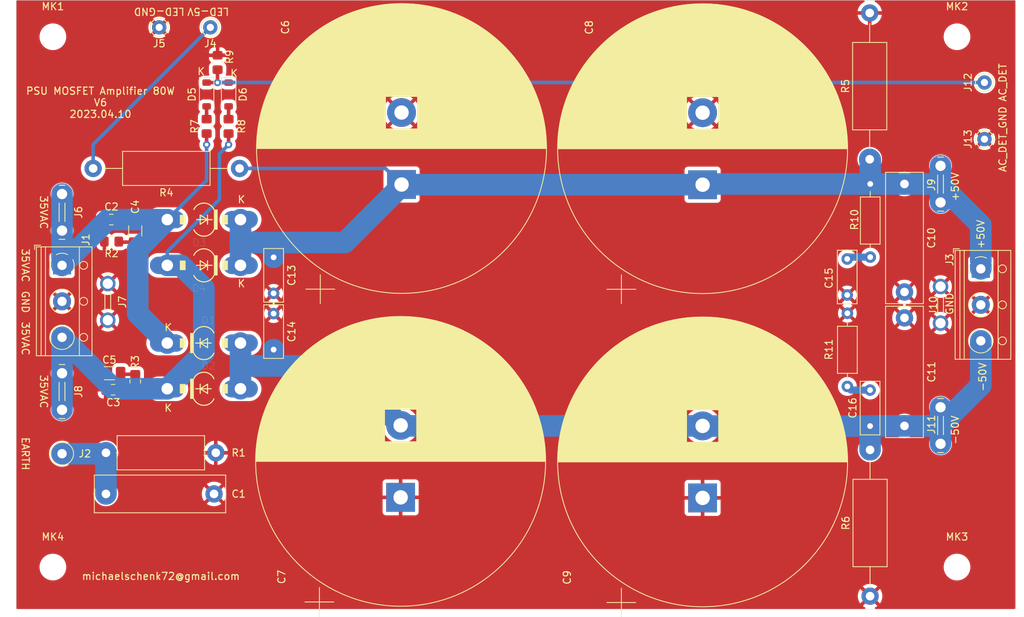
<source format=kicad_pcb>
(kicad_pcb (version 20221018) (generator pcbnew)
  (layers (0 "F.Cu" signal) (31 "B.Cu" signal) (34 "B.Paste" user) (35 "F.Paste" user) (36 "B.SilkS" user "B.Silkscreen") (37 "F.SilkS" user "F.Silkscreen") (38 "B.Mask" user) (39 "F.Mask" user) (44 "Edge.Cuts" user))
  (net 0 "")
  (net 1 "GND")
  (net 2 "Net-(J2-Pin_1)")
  (net 3 "Net-(D1-K)")
  (net 4 "Net-(D2-K)")
  (net 5 "Net-(C4-Pad2)")
  (net 6 "Net-(C5-Pad2)")
  (net 7 "Net-(D3-K)")
  (net 8 "Net-(D1-A)")
  (net 9 "Net-(C15-Pad1)")
  (net 10 "Net-(C16-Pad1)")
  (net 11 "Net-(D5-K)")
  (net 12 "Net-(D5-A)")
  (net 13 "Net-(D6-A)")
  (net 14 "Net-(J4-Pin_1)")
  (footprint "Capacitor_THT:C_Rect_L18.0mm_W5.0mm_P15.00mm_FKS3_FKP3" (layer "F.Cu") (at 59.69 115.57)
    (fp_text reference "C1" (at 18.415 0) (layer "F.SilkS"))
    (fp_text value "2.2nF 2kV")
    (pad "1" thru_hole circle (at 0 0) (size 2.4 2.4) (drill 1.2) (layers "*.Cu" "*.Mask") (net 2 "Net-(J2-Pin_1)"))
    (pad "2" thru_hole circle (at 15 0) (size 2.4 2.4) (drill 1.2) (layers "*.Cu" "*.Mask") (net 1 "GND"))
  )
  (footprint "Capacitor_SMD:C_0805_2012Metric_Pad1.18x1.45mm_HandSolder" (layer "F.Cu") (at 60.4305 77.47 180)
    (fp_text reference "C2" (at -0.0215 1.778) (layer "F.SilkS"))
    (fp_text value "Cx/10nF/200V")
    (pad "1" smd roundrect (at -1.0375 0 180) (size 1.175 1.45) (layers "F.Cu" "F.Paste" "F.Mask") (roundrect_rratio 0.2127659574) (net 3 "Net-(D1-K)"))
    (pad "2" smd roundrect (at 1.0375 0 180) (size 1.175 1.45) (layers "F.Cu" "F.Paste" "F.Mask") (roundrect_rratio 0.2127659574) (net 1 "GND"))
  )
  (footprint "Capacitor_SMD:C_0805_2012Metric_Pad1.18x1.45mm_HandSolder" (layer "F.Cu") (at 60.6845 101.092)
    (fp_text reference "C3" (at 0.0215 1.778) (layer "F.SilkS"))
    (fp_text value "Cx/10nF/200V")
    (pad "1" smd roundrect (at -1.0375 0) (size 1.175 1.45) (layers "F.Cu" "F.Paste" "F.Mask") (roundrect_rratio 0.2127659574) (net 1 "GND"))
    (pad "2" smd roundrect (at 1.0375 0) (size 1.175 1.45) (layers "F.Cu" "F.Paste" "F.Mask") (roundrect_rratio 0.2127659574) (net 4 "Net-(D2-K)"))
  )
  (footprint "Capacitor_SMD:C_1206_3216Metric_Pad1.33x1.80mm_HandSolder" (layer "F.Cu") (at 63.754 79.0325 -90)
    (fp_text reference "C4" (at -3.3405 0 90) (layer "F.SilkS"))
    (fp_text value "Cs")
    (pad "1" smd roundrect (at -1.5625 0 270) (size 1.325 1.8) (layers "F.Cu" "F.Paste" "F.Mask") (roundrect_rratio 0.1886792453) (net 3 "Net-(D1-K)"))
    (pad "2" smd roundrect (at 1.5625 0 270) (size 1.325 1.8) (layers "F.Cu" "F.Paste" "F.Mask") (roundrect_rratio 0.1886792453) (net 5 "Net-(C4-Pad2)"))
  )
  (footprint "Capacitor_SMD:C_1206_3216Metric_Pad1.33x1.80mm_HandSolder" (layer "F.Cu") (at 60.1595 98.806)
    (fp_text reference "C5" (at 0 -1.85) (layer "F.SilkS"))
    (fp_text value "Cs")
    (pad "1" smd roundrect (at -1.5625 0) (size 1.325 1.8) (layers "F.Cu" "F.Paste" "F.Mask") (roundrect_rratio 0.1886792453) (net 1 "GND"))
    (pad "2" smd roundrect (at 1.5625 0) (size 1.325 1.8) (layers "F.Cu" "F.Paste" "F.Mask") (roundrect_rratio 0.1886792453) (net 6 "Net-(C5-Pad2)"))
  )
  (footprint "Capacitor_THT:CP_Radial_D40.0mm_P10.00mm_SnapIn" (layer "F.Cu") (at 100.711 72.5932 90)
    (fp_text reference "C6" (at 21.844 -16.129 90) (layer "F.SilkS"))
    (fp_text value "10000uF/100V")
    (pad "1" thru_hole rect (at 0 0 90) (size 4 4) (drill 2) (layers "*.Cu" "*.Mask") (net 7 "Net-(D3-K)"))
    (pad "2" thru_hole circle (at 10 0 90) (size 4 4) (drill 2) (layers "*.Cu" "*.Mask") (net 1 "GND"))
  )
  (footprint "Capacitor_THT:CP_Radial_D40.0mm_P10.00mm_SnapIn" (layer "F.Cu") (at 100.584 116.045 90)
    (fp_text reference "C7" (at -11.049 -16.51 90) (layer "F.SilkS"))
    (fp_text value "10000uF/100V")
    (pad "1" thru_hole rect (at 0 0 90) (size 4 4) (drill 2) (layers "*.Cu" "*.Mask") (net 1 "GND"))
    (pad "2" thru_hole circle (at 10 0 90) (size 4 4) (drill 2) (layers "*.Cu" "*.Mask") (net 8 "Net-(D1-A)"))
  )
  (footprint "Capacitor_THT:CP_Radial_D40.0mm_P10.00mm_SnapIn" (layer "F.Cu") (at 142.494 72.6186 90)
    (fp_text reference "C8" (at 21.844 -15.748 90) (layer "F.SilkS"))
    (fp_text value "10000uF/100V")
    (pad "1" thru_hole rect (at 0 0 90) (size 4 4) (drill 2) (layers "*.Cu" "*.Mask") (net 7 "Net-(D3-K)"))
    (pad "2" thru_hole circle (at 10 0 90) (size 4 4) (drill 2) (layers "*.Cu" "*.Mask") (net 1 "GND"))
  )
  (footprint "Capacitor_THT:CP_Radial_D40.0mm_P10.00mm_SnapIn" (layer "F.Cu") (at 142.494 116.1212 90)
    (fp_text reference "C9" (at -11.049 -18.796 90) (layer "F.SilkS"))
    (fp_text value "10000uF/100V")
    (pad "1" thru_hole rect (at 0 0 90) (size 4 4) (drill 2) (layers "*.Cu" "*.Mask") (net 1 "GND"))
    (pad "2" thru_hole circle (at 10 0 90) (size 4 4) (drill 2) (layers "*.Cu" "*.Mask") (net 8 "Net-(D1-A)"))
  )
  (footprint "kicad-snk:SOD64-10" (layer "F.Cu") (at 73.279 94.615)
    (fp_text reference "D1" (at 0.63569 -3.17845) (layer "F.SilkS") (effects (font (size 1.001087 1.001087) (thickness 0.015))))
    (fp_text value "BYV98-200")
    (pad "1" thru_hole oval (at -5.08 0) (size 4.8006 2.4003) (drill 1.6002) (layers "*.Cu" "*.Mask") (net 3 "Net-(D1-K)"))
    (pad "2" thru_hole oval (at 5.08 0) (size 4.8006 2.4003) (drill 1.6002) (layers "*.Cu" "*.Mask") (net 8 "Net-(D1-A)"))
  )
  (footprint "kicad-snk:SOD64-10" (layer "F.Cu") (at 73.279 100.965)
    (fp_text reference "D2" (at 0.63569 -3.17845) (layer "F.SilkS") (effects (font (size 1.001087 1.001087) (thickness 0.015))))
    (fp_text value "BYV98-200")
    (pad "1" thru_hole oval (at -5.08 0) (size 4.8006 2.4003) (drill 1.6002) (layers "*.Cu" "*.Mask") (net 4 "Net-(D2-K)"))
    (pad "2" thru_hole oval (at 5.08 0) (size 4.8006 2.4003) (drill 1.6002) (layers "*.Cu" "*.Mask") (net 8 "Net-(D1-A)"))
  )
  (footprint "kicad-snk:SOD64-10" (layer "F.Cu") (at 73.279 77.47 180)
    (fp_text reference "D3" (at 0.63569 -3.17845) (layer "F.SilkS") (effects (font (size 1.001087 1.001087) (thickness 0.015))))
    (fp_text value "BYV98-200")
    (pad "1" thru_hole oval (at -5.08 0 180) (size 4.8006 2.4003) (drill 1.6002) (layers "*.Cu" "*.Mask") (net 7 "Net-(D3-K)"))
    (pad "2" thru_hole oval (at 5.08 0 180) (size 4.8006 2.4003) (drill 1.6002) (layers "*.Cu" "*.Mask") (net 3 "Net-(D1-K)"))
  )
  (footprint "kicad-snk:SOD64-10" (layer "F.Cu") (at 73.279 83.82 180)
    (fp_text reference "D4" (at 0.63569 -3.17845) (layer "F.SilkS") (effects (font (size 1.001087 1.001087) (thickness 0.015))))
    (fp_text value "BYV98-200")
    (pad "1" thru_hole oval (at -5.08 0 180) (size 4.8006 2.4003) (drill 1.6002) (layers "*.Cu" "*.Mask") (net 7 "Net-(D3-K)"))
    (pad "2" thru_hole oval (at 5.08 0 180) (size 4.8006 2.4003) (drill 1.6002) (layers "*.Cu" "*.Mask") (net 4 "Net-(D2-K)"))
  )
  (footprint "TerminalBlock_RND:TerminalBlock_RND_205-00013_1x03_P5.00mm_Horizontal" (layer "F.Cu") (at 53.594 83.82 -90)
    (fp_text reference "J1" (at -3.556 -3.302 90) (layer "F.SilkS"))
    (fp_text value "Screw_Terminal_01x03")
    (pad "1" thru_hole rect (at 0 0 270) (size 2.5 2.5) (drill 1.3) (layers "*.Cu" "*.Mask") (net 3 "Net-(D1-K)"))
    (pad "2" thru_hole circle (at 5 0 270) (size 2.5 2.5) (drill 1.3) (layers "*.Cu" "*.Mask") (net 1 "GND"))
    (pad "3" thru_hole circle (at 10 0 270) (size 2.5 2.5) (drill 1.3) (layers "*.Cu" "*.Mask") (net 4 "Net-(D2-K)"))
  )
  (footprint "Connector_Pin:Pin_D1.3mm_L11.0mm" (layer "F.Cu") (at 53.594 109.982)
    (fp_text reference "J2" (at 3.175 0) (layer "F.SilkS"))
    (fp_text value "EARTH")
    (pad "1" thru_hole circle (at 0 0) (size 2.6 2.6) (drill 1.3) (layers "*.Cu" "*.Mask") (net 2 "Net-(J2-Pin_1)"))
  )
  (footprint "Resistor_THT:R_Axial_DIN0414_L11.9mm_D4.5mm_P15.24mm_Horizontal" (layer "F.Cu") (at 59.69 109.855)
    (fp_text reference "R1" (at 18.415 0) (layer "F.SilkS"))
    (fp_text value "100R/2W")
    (pad "1" thru_hole circle (at 0 0) (size 2.4 2.4) (drill 1.2) (layers "*.Cu" "*.Mask") (net 2 "Net-(J2-Pin_1)"))
    (pad "2" thru_hole oval (at 15.24 0) (size 2.4 2.4) (drill 1.2) (layers "*.Cu" "*.Mask") (net 1 "GND"))
  )
  (footprint "Resistor_SMD:R_0805_2012Metric_Pad1.20x1.40mm_HandSolder" (layer "F.Cu") (at 60.468 80.518 180)
    (fp_text reference "R2" (at 0 -1.65) (layer "F.SilkS"))
    (fp_text value "Rs/1/8W")
    (pad "1" smd roundrect (at -1 0 180) (size 1.2 1.4) (layers "F.Cu" "F.Paste" "F.Mask") (roundrect_rratio 0.2083333333) (net 5 "Net-(C4-Pad2)"))
    (pad "2" smd roundrect (at 1 0 180) (size 1.2 1.4) (layers "F.Cu" "F.Paste" "F.Mask") (roundrect_rratio 0.2083333333) (net 1 "GND"))
  )
  (footprint "Resistor_SMD:R_0805_2012Metric_Pad1.20x1.40mm_HandSolder" (layer "F.Cu") (at 63.754 99.949 -90)
    (fp_text reference "R3" (at -2.667 0 90) (layer "F.SilkS"))
    (fp_text value "Rs/1/8W")
    (pad "1" smd roundrect (at -1 0 270) (size 1.2 1.4) (layers "F.Cu" "F.Paste" "F.Mask") (roundrect_rratio 0.2083333333) (net 6 "Net-(C5-Pad2)"))
    (pad "2" smd roundrect (at 1 0 270) (size 1.2 1.4) (layers "F.Cu" "F.Paste" "F.Mask") (roundrect_rratio 0.2083333333) (net 4 "Net-(D2-K)"))
  )
  (footprint "Capacitor_THT:C_Rect_L18.0mm_W5.0mm_P15.00mm_FKS3_FKP3" (layer "F.Cu") (at 170.5102 72.517 -90)
    (fp_text reference "C10" (at 7.493 -3.7338 90) (layer "F.SilkS"))
    (fp_text value "1uF/100V")
    (pad "1" thru_hole circle (at 0 0 270) (size 2.4 2.4) (drill 1.2) (layers "*.Cu" "*.Mask") (net 7 "Net-(D3-K)"))
    (pad "2" thru_hole circle (at 15 0 270) (size 2.4 2.4) (drill 1.2) (layers "*.Cu" "*.Mask") (net 1 "GND"))
  )
  (footprint "Capacitor_THT:C_Rect_L18.0mm_W5.0mm_P15.00mm_FKS3_FKP3" (layer "F.Cu") (at 170.5102 91.1212 -90)
    (fp_text reference "C11" (at 7.5 -3.75 90) (layer "F.SilkS"))
    (fp_text value "1uF/100V")
    (pad "1" thru_hole circle (at 0 0 270) (size 2.4 2.4) (drill 1.2) (layers "*.Cu" "*.Mask") (net 1 "GND"))
    (pad "2" thru_hole circle (at 15 0 270) (size 2.4 2.4) (drill 1.2) (layers "*.Cu" "*.Mask") (net 8 "Net-(D1-A)"))
  )
  (footprint "MountingHole:MountingHole_3.2mm_M3" (layer "F.Cu") (at 177.8 52.07)
    (fp_text reference "MK2" (at 0 -4.2) (layer "F.SilkS"))
    (fp_text value "Mounting_Hole_PAD")
    (pad "" np_thru_hole circle (at 0 0) (size 3.2 3.2) (drill 3.2) (layers "*.Cu" "*.Mask"))
  )
  (footprint "MountingHole:MountingHole_3.2mm_M3" (layer "F.Cu") (at 177.8 125.73)
    (fp_text reference "MK3" (at 0 -4.2) (layer "F.SilkS"))
    (fp_text value "Mounting_Hole_PAD")
    (pad "" np_thru_hole circle (at 0 0) (size 3.2 3.2) (drill 3.2) (layers "*.Cu" "*.Mask"))
  )
  (footprint "MountingHole:MountingHole_3.2mm_M3" (layer "F.Cu") (at 52.324 125.73)
    (fp_text reference "MK4" (at 0 -4.2) (layer "F.SilkS"))
    (fp_text value "Mounting_Hole_PAD")
    (pad "" np_thru_hole circle (at 0 0) (size 3.2 3.2) (drill 3.2) (layers "*.Cu" "*.Mask"))
  )
  (footprint "MountingHole:MountingHole_3.2mm_M3" (layer "F.Cu") (at 52.324 52.07)
    (fp_text reference "MK1" (at 0 -4.2) (layer "F.SilkS"))
    (fp_text value "Mounting_Hole_PAD")
    (pad "" np_thru_hole circle (at 0 0) (size 3.2 3.2) (drill 3.2) (layers "*.Cu" "*.Mask"))
  )
  (footprint "TerminalBlock_RND:TerminalBlock_RND_205-00013_1x03_P5.00mm_Horizontal" (layer "F.Cu") (at 181.102 84.3064 -90)
    (fp_text reference "J3" (at -1.2484 4.318 90) (layer "F.SilkS"))
    (fp_text value "Screw_Terminal_01x03")
    (pad "1" thru_hole rect (at 0 0 270) (size 2.5 2.5) (drill 1.3) (layers "*.Cu" "*.Mask") (net 7 "Net-(D3-K)"))
    (pad "2" thru_hole circle (at 5 0 270) (size 2.5 2.5) (drill 1.3) (layers "*.Cu" "*.Mask") (net 1 "GND"))
    (pad "3" thru_hole circle (at 10 0 270) (size 2.5 2.5) (drill 1.3) (layers "*.Cu" "*.Mask") (net 8 "Net-(D1-A)"))
  )
  (footprint "kicad-snk:TE_62409-1" (layer "F.Cu") (at 175.514 106.0704 -90)
    (fp_text reference "J11" (at -0.1524 1.27 90) (layer "F.SilkS") (effects (font (size 1.001661 1.001661))))
    (fp_text value "Conn_01x02")
    (pad "1" thru_hole circle (at -2.54 0 270) (size 2.145 2.145) (drill 1.43) (layers "*.Cu" "*.Mask") (net 8 "Net-(D1-A)"))
    (pad "2" thru_hole circle (at 2.54 0 270) (size 2.145 2.145) (drill 1.43) (layers "*.Cu" "*.Mask") (net 8 "Net-(D1-A)"))
  )
  (footprint "Connector_Pin:Pin_D1.0mm_L10.0mm" (layer "F.Cu") (at 181.61 66.294)
    (fp_text reference "J13" (at -2.286 0 90) (layer "F.SilkS"))
    (fp_text value "AC_DET_GND")
    (pad "1" thru_hole circle (at 0 0) (size 2 2) (drill 1) (layers "*.Cu" "*.Mask") (net 1 "GND"))
  )
  (footprint "Resistor_SMD:R_0805_2012Metric_Pad1.20x1.40mm_HandSolder" (layer "F.Cu") (at 76.708 64.516 90)
    (fp_text reference "R8" (at 0 1.778 90) (layer "F.SilkS"))
    (fp_text value "22k")
    (pad "1" smd roundrect (at -1 0 90) (size 1.2 1.4) (layers "F.Cu" "F.Paste" "F.Mask") (roundrect_rratio 0.2083333333) (net 4 "Net-(D2-K)"))
    (pad "2" smd roundrect (at 1 0 90) (size 1.2 1.4) (layers "F.Cu" "F.Paste" "F.Mask") (roundrect_rratio 0.2083333333) (net 13 "Net-(D6-A)"))
  )
  (footprint "Resistor_SMD:R_0805_2012Metric_Pad1.20x1.40mm_HandSolder" (layer "F.Cu") (at 73.66 64.516 90)
    (fp_text reference "R7" (at 0 -1.65 90) (layer "F.SilkS"))
    (fp_text value "22k")
    (pad "1" smd roundrect (at -1 0 90) (size 1.2 1.4) (layers "F.Cu" "F.Paste" "F.Mask") (roundrect_rratio 0.2083333333) (net 3 "Net-(D1-K)"))
    (pad "2" smd roundrect (at 1 0 90) (size 1.2 1.4) (layers "F.Cu" "F.Paste" "F.Mask") (roundrect_rratio 0.2083333333) (net 12 "Net-(D5-A)"))
  )
  (footprint "kicad-snk:TE_62409-1" (layer "F.Cu") (at 53.594 76.454 90)
    (fp_text reference "J6" (at 0 2.286 270) (layer "F.SilkS") (effects (font (size 1.001661 1.001661))))
    (fp_text value "Conn_01x02" hide)
    (pad "1" thru_hole circle (at -2.54 0 90) (size 2.145 2.145) (drill 1.43) (layers "*.Cu" "*.Mask") (net 3 "Net-(D1-K)"))
    (pad "2" thru_hole circle (at 2.54 0 90) (size 2.145 2.145) (drill 1.43) (layers "*.Cu" "*.Mask") (net 3 "Net-(D1-K)"))
  )
  (footprint "Capacitor_THT:C_Rect_L7.2mm_W2.5mm_P5.00mm_FKS2_FKP2_MKS2_MKP2" (layer "F.Cu") (at 165.735 101.1466 -90)
    (fp_text reference "C16" (at 2.4854 2.413 90) (layer "F.SilkS"))
    (fp_text value "100n")
    (pad "1" thru_hole circle (at 0 0 270) (size 1.6 1.6) (drill 0.8) (layers "*.Cu" "*.Mask") (net 10 "Net-(C16-Pad1)"))
    (pad "2" thru_hole circle (at 5 0 270) (size 1.6 1.6) (drill 0.8) (layers "*.Cu" "*.Mask") (net 8 "Net-(D1-A)"))
  )
  (footprint "kicad-snk:TE_62409-1" (layer "F.Cu") (at 175.514 72.5424 90)
    (fp_text reference "J9" (at -0.1016 -1.27 270) (layer "F.SilkS") (effects (font (size 1.001661 1.001661))))
    (fp_text value "Conn_01x02")
    (pad "1" thru_hole circle (at -2.54 0 90) (size 2.145 2.145) (drill 1.43) (layers "*.Cu" "*.Mask") (net 7 "Net-(D3-K)"))
    (pad "2" thru_hole circle (at 2.54 0 90) (size 2.145 2.145) (drill 1.43) (layers "*.Cu" "*.Mask") (net 7 "Net-(D3-K)"))
  )
  (footprint "Capacitor_THT:C_Rect_L7.2mm_W2.5mm_P5.00mm_FKS2_FKP2_MKS2_MKP2" (layer "F.Cu") (at 162.56 82.9348 -90)
    (fp_text reference "C15" (at 2.6632 2.54 90) (layer "F.SilkS"))
    (fp_text value "100n")
    (pad "1" thru_hole circle (at 0 0 270) (size 1.6 1.6) (drill 0.8) (layers "*.Cu" "*.Mask") (net 9 "Net-(C15-Pad1)"))
    (pad "2" thru_hole circle (at 5 0 270) (size 1.6 1.6) (drill 0.8) (layers "*.Cu" "*.Mask") (net 1 "GND"))
  )
  (footprint "Connector_Pin:Pin_D1.0mm_L10.0mm" (layer "F.Cu") (at 181.61 58.42)
    (fp_text reference "J12" (at -2.286 0 90) (layer "F.SilkS"))
    (fp_text value "AC_DET")
    (pad "1" thru_hole circle (at 0 0) (size 2 2) (drill 1) (layers "*.Cu" "*.Mask") (net 11 "Net-(D5-K)"))
  )
  (footprint "Resistor_THT:R_Axial_DIN0207_L6.3mm_D2.5mm_P10.16mm_Horizontal" (layer "F.Cu") (at 162.5854 90.4748 -90)
    (fp_text reference "R11" (at 5.0292 2.5654 90) (layer "F.SilkS"))
    (fp_text value "1R/0.6W")
    (pad "1" thru_hole circle (at 0 0 270) (size 1.6 1.6) (drill 0.8) (layers "*.Cu" "*.Mask") (net 1 "GND"))
    (pad "2" thru_hole oval (at 10.16 0 270) (size 1.6 1.6) (drill 0.8) (layers "*.Cu" "*.Mask") (net 10 "Net-(C16-Pad1)"))
  )
  (footprint "Connector_Pin:Pin_D1.0mm_L10.0mm" (layer "F.Cu") (at 67.078 50.768)
    (fp_text reference "J5" (at 0 2.25) (layer "F.SilkS"))
    (fp_text value "LED_GND")
    (pad "1" thru_hole circle (at 0 0) (size 2 2) (drill 1) (layers "*.Cu" "*.Mask") (net 1 "GND"))
  )
  (footprint "Capacitor_THT:C_Rect_L7.2mm_W2.5mm_P5.00mm_FKS2_FKP2_MKS2_MKP2" (layer "F.Cu") (at 82.9564 82.7062 -90)
    (fp_text reference "C13" (at 2.5 -2.5 90) (layer "F.SilkS"))
    (fp_text value "100n")
    (pad "1" thru_hole circle (at 0 0 270) (size 1.6 1.6) (drill 0.8) (layers "*.Cu" "*.Mask") (net 7 "Net-(D3-K)"))
    (pad "2" thru_hole circle (at 5 0 270) (size 1.6 1.6) (drill 0.8) (layers "*.Cu" "*.Mask") (net 1 "GND"))
  )
  (footprint "Resistor_THT:R_Axial_DIN0414_L11.9mm_D4.5mm_P20.32mm_Horizontal" (layer "F.Cu") (at 78.232 70.358 180)
    (fp_text reference "R4" (at 10.16 -3.37) (layer "F.SilkS"))
    (fp_text value "3.9k/2W")
    (pad "1" thru_hole circle (at 0 0 180) (size 2.4 2.4) (drill 1.2) (layers "*.Cu" "*.Mask") (net 7 "Net-(D3-K)"))
    (pad "2" thru_hole oval (at 20.32 0 180) (size 2.4 2.4) (drill 1.2) (layers "*.Cu" "*.Mask") (net 14 "Net-(J4-Pin_1)"))
  )
  (footprint "Diode_SMD:D_SOD-123" (layer "F.Cu") (at 73.66 60.086 -90)
    (fp_text reference "D5" (at 0 2.032 90) (layer "F.SilkS"))
    (fp_text value "1N914")
    (pad "1" smd roundrect (at -1.65 0 270) (size 0.9 1.2) (layers "F.Cu" "F.Paste" "F.Mask") (net 11 "Net-(D5-K)"))
    (pad "2" smd roundrect (at 1.65 0 270) (size 0.9 1.2) (layers "F.Cu" "F.Paste" "F.Mask") (net 12 "Net-(D5-A)"))
  )
  (footprint "Connector_Pin:Pin_D1.0mm_L10.0mm" (layer "F.Cu") (at 74.178 50.768)
    (fp_text reference "J4" (at 0 2.25) (layer "F.SilkS"))
    (fp_text value "LED_5V")
    (pad "1" thru_hole circle (at 0 0) (size 2 2) (drill 1) (layers "*.Cu" "*.Mask") (net 14 "Net-(J4-Pin_1)"))
  )
  (footprint "kicad-snk:TE_62409-1" (layer "F.Cu") (at 175.514 89.3064 90)
    (fp_text reference "J10" (at -0.1016 -1.016 90) (layer "F.SilkS") (effects (font (size 1.001661 1.001661))))
    (fp_text value "Conn_01x02")
    (pad "1" thru_hole circle (at -2.54 0 90) (size 2.145 2.145) (drill 1.43) (layers "*.Cu" "*.Mask") (net 1 "GND"))
    (pad "2" thru_hole circle (at 2.54 0 90) (size 2.145 2.145) (drill 1.43) (layers "*.Cu" "*.Mask") (net 1 "GND"))
  )
  (footprint "Capacitor_THT:C_Rect_L7.2mm_W2.5mm_P5.00mm_FKS2_FKP2_MKS2_MKP2" (layer "F.Cu") (at 82.9564 90.5256 -90)
    (fp_text reference "C14" (at 2.5 -2.5 90) (layer "F.SilkS"))
    (fp_text value "100n")
    (pad "1" thru_hole circle (at 0 0 270) (size 1.6 1.6) (drill 0.8) (layers "*.Cu" "*.Mask") (net 1 "GND"))
    (pad "2" thru_hole circle (at 5 0 270) (size 1.6 1.6) (drill 0.8) (layers "*.Cu" "*.Mask") (net 8 "Net-(D1-A)"))
  )
  (footprint "Resistor_THT:R_Axial_DIN0207_L6.3mm_D2.5mm_P10.16mm_Horizontal" (layer "F.Cu") (at 165.7604 72.517 -90)
    (fp_text reference "R10" (at 4.953 2.1844 90) (layer "F.SilkS"))
    (fp_text value "1R/0.6W")
    (pad "1" thru_hole circle (at 0 0 270) (size 1.6 1.6) (drill 0.8) (layers "*.Cu" "*.Mask") (net 7 "Net-(D3-K)"))
    (pad "2" thru_hole oval (at 10.16 0 270) (size 1.6 1.6) (drill 0.8) (layers "*.Cu" "*.Mask") (net 9 "Net-(C15-Pad1)"))
  )
  (footprint "Diode_SMD:D_SOD-123" (layer "F.Cu") (at 76.708 60.088 -90)
    (fp_text reference "D6" (at 0 -2 90) (layer "F.SilkS"))
    (fp_text value "1N914")
    (pad "1" smd roundrect (at -1.65 0 270) (size 0.9 1.2) (layers "F.Cu" "F.Paste" "F.Mask") (net 11 "Net-(D5-K)"))
    (pad "2" smd roundrect (at 1.65 0 270) (size 0.9 1.2) (layers "F.Cu" "F.Paste" "F.Mask") (net 13 "Net-(D6-A)"))
  )
  (footprint "Resistor_THT:R_Axial_DIN0414_L11.9mm_D4.5mm_P20.32mm_Horizontal" (layer "F.Cu") (at 165.6842 69.088 90)
    (fp_text reference "R5" (at 10.16 -3.37 90) (layer "F.SilkS"))
    (fp_text value "4.7k/2W")
    (pad "1" thru_hole circle (at 0 0 90) (size 2.4 2.4) (drill 1.2) (layers "*.Cu" "*.Mask") (net 7 "Net-(D3-K)"))
    (pad "2" thru_hole oval (at 20.32 0 90) (size 2.4 2.4) (drill 1.2) (layers "*.Cu" "*.Mask") (net 1 "GND"))
  )
  (footprint "Resistor_THT:R_Axial_DIN0414_L11.9mm_D4.5mm_P20.32mm_Horizontal" (layer "F.Cu") (at 165.735 129.7686 90)
    (fp_text reference "R6" (at 10.16 -3.37 90) (layer "F.SilkS"))
    (fp_text value "4.7k/2W")
    (pad "1" thru_hole circle (at 0 0 90) (size 2.4 2.4) (drill 1.2) (layers "*.Cu" "*.Mask") (net 1 "GND"))
    (pad "2" thru_hole oval (at 20.32 0 90) (size 2.4 2.4) (drill 1.2) (layers "*.Cu" "*.Mask") (net 8 "Net-(D1-A)"))
  )
  (footprint "kicad-snk:TE_62409-1" (layer "F.Cu") (at 53.594 101.346 90)
    (fp_text reference "J8" (at 0 2.286 270) (layer "F.SilkS") (effects (font (size 1.001661 1.001661))))
    (fp_text value "Conn_01x02" hide)
    (pad "1" thru_hole circle (at -2.54 0 90) (size 2.145 2.145) (drill 1.43) (layers "*.Cu" "*.Mask") (net 4 "Net-(D2-K)"))
    (pad "2" thru_hole circle (at 2.54 0 90) (size 2.145 2.145) (drill 1.43) (layers "*.Cu" "*.Mask") (net 4 "Net-(D2-K)"))
  )
  (footprint "Resistor_SMD:R_0805_2012Metric_Pad1.20x1.40mm_HandSolder" (layer "F.Cu") (at 75.184 55.642 -90)
    (fp_text reference "R9" (at -0.778 -1.65 90) (layer "F.SilkS"))
    (fp_text value "10k")
    (pad "1" smd roundrect (at -1 0 270) (size 1.2 1.4) (layers "F.Cu" "F.Paste" "F.Mask") (roundrect_rratio 0.2083333333) (net 1 "GND"))
    (pad "2" smd roundrect (at 1 0 270) (size 1.2 1.4) (layers "F.Cu" "F.Paste" "F.Mask") (roundrect_rratio 0.2083333333) (net 11 "Net-(D5-K)"))
  )
  (footprint "kicad-snk:TE_62409-1" (layer "F.Cu") (at 59.944 88.9 90)
    (fp_text reference "J7" (at 0 2.032 90) (layer "F.SilkS") (effects (font (size 1.001661 1.001661))))
    (fp_text value "Conn_01x02")
    (pad "1" thru_hole circle (at -2.54 0 90) (size 2.145 2.145) (drill 1.43) (layers "*.Cu" "*.Mask") (net 1 "GND"))
    (pad "2" thru_hole circle (at 2.54 0 90) (size 2.145 2.145) (drill 1.43) (layers "*.Cu" "*.Mask") (net 1 "GND"))
  )
  (gr_line (start 47.244 46.99) (end 47.244 131.572) (stroke (width 0.05)) (layer "Edge.Cuts"))
  (gr_line (start 185.928 131.572) (end 185.928 46.99) (stroke (width 0.05)) (layer "Edge.Cuts"))
  (gr_line (start 47.244 131.572) (end 185.928 131.572) (stroke (width 0.05)) (layer "Edge.Cuts"))
  (gr_line (start 185.928 46.99) (end 47.244 46.99) (stroke (width 0.05)) (layer "Edge.Cuts"))
  (gr_text "+50V" (at 177.546 72.898 90) (layer "F.SilkS") (effects (font (size 1 1))))
  (gr_text "-50V" (at 181.356 99.314 90) (layer "F.SilkS") (effects (font (size 1 1))))
  (gr_text "K" (at 78.486 86.36) (layer "F.SilkS") (effects (font (size 1 1))))
  (gr_text "K" (at 68.326 92.456) (layer "F.SilkS") (effects (font (size 1 1))))
  (gr_text "K" (at 68.326 103.632) (layer "F.SilkS") (effects (font (size 1 1))))
  (gr_text "35VAC" (at 48.514 93.98 270) (layer "F.SilkS") (effects (font (size 1 1))))
  (gr_text "35VAC" (at 51.054 101.346 270) (layer "F.SilkS") (effects (font (size 1 1))))
  (gr_text "35VAC" (at 51.054 76.454 270) (layer "F.SilkS") (effects (font (size 1 1))))
  (gr_text "EARTH" (at 48.514 109.982 270) (layer "F.SilkS") (effects (font (size 1 1))))
  (gr_text "35VAC" (at 48.514 83.82 270) (layer "F.SilkS") (effects (font (size 1 1))))
  (gr_text "+50V" (at 181.102 79.502 90) (layer "F.SilkS") (effects (font (size 1 1))))
  (gr_text "LED-5V" (at 73.878 48.568 180) (layer "F.SilkS") (effects (font (size 1 1))))
  (gr_text "K" (at 78.486 74.676) (layer "F.SilkS") (effects (font (size 1 1))))
  (gr_text "GND" (at 176.784 89.154 90) (layer "F.SilkS") (effects (font (size 1 1))))
  (gr_text "GND" (at 48.514 88.9 270) (layer "F.SilkS") (effects (font (size 1 1))))
  (gr_text "K" (at 77.47 57.15) (layer "F.SilkS") (effects (font (size 1 1))))
  (gr_text "LED-GND" (at 67.078 48.568 180) (layer "F.SilkS") (effects (font (size 1 1))))
  (gr_text "PSU MOSFET Amplifier 80W\nV6\n2023.04.10" (at 58.928 61.214) (layer "F.SilkS") (effects (font (size 1 1))))
  (gr_text "-50V" (at 177.546 106.68 90) (layer "F.SilkS") (effects (font (size 1 1))))
  (gr_text "K" (at 72.898 56.896) (layer "F.SilkS") (effects (font (size 1 1))))
  (gr_text "AC_DET_GND" (at 184.15 66.294 90) (layer "F.SilkS") (effects (font (size 1 1))))
  (gr_text "AC_DET" (at 184.15 58.42 90) (layer "F.SilkS") (effects (font (size 1 1))))
  (gr_text "michaelschenk72@gmail.com" (at 67.31 127) (layer "F.SilkS") (effects (font (size 1 1))))
  (segment (start 59.69 109.855) (end 59.69 115.57) (width 3) (layer "B.Cu") (net 2))
  (segment (start 59.563 109.982) (end 59.69 109.855) (width 3) (layer "B.Cu") (net 2))
  (segment (start 53.594 109.982) (end 59.563 109.982) (width 3) (layer "B.Cu") (net 2))
  (segment (start 73.66 65.516) (end 73.66 67.056) (width 0.5) (layer "F.Cu") (net 3))
  (segment (start 63.754 77.47) (end 61.468 77.47) (width 0.5) (layer "F.Cu") (net 3))
  (segment (start 63.754 77.47) (end 68.199 77.47) (width 0.5) (layer "F.Cu") (net 3))
  (via (at 73.66 67.056) (size 1) (drill 0.5) (layers "F.Cu" "B.Cu") (net 3))
  (segment (start 64.09869 90.51469) (end 68.199 94.615) (width 3) (layer "B.Cu") (net 3))
  (segment (start 64.09869 81.57031) (end 64.09869 90.51469) (width 3) (layer "B.Cu") (net 3))
  (segment (start 53.594 78.994) (end 53.594 73.914) (width 3) (layer "B.Cu") (net 3))
  (segment (start 68.199 77.47) (end 59.944 77.47) (width 3) (layer "B.Cu") (net 3))
  (segment (start 68.199 77.089) (end 68.199 77.47) (width 0.5) (layer "B.Cu") (net 3))
  (segment (start 73.66 72.009) (end 73.66 67.056) (width 0.5) (layer "B.Cu") (net 3))
  (segment (start 68.199 77.47) (end 64.09869 81.57031) (width 3) (layer "B.Cu") (net 3))
  (segment (start 59.944 77.47) (end 53.594 83.82) (width 3) (layer "B.Cu") (net 3))
  (segment (start 68.199 77.47) (end 73.66 72.009) (width 0.5) (layer "B.Cu") (net 3))
  (segment (start 53.594 83.82) (end 53.594 78.994) (width 3) (layer "B.Cu") (net 3))
  (segment (start 68.183 100.949) (end 68.199 100.965) (width 0.5) (layer "F.Cu") (net 4))
  (segment (start 63.754 100.949) (end 61.865 100.949) (width 0.5) (layer "F.Cu") (net 4))
  (segment (start 63.754 100.949) (end 68.183 100.949) (width 0.5) (layer "F.Cu") (net 4))
  (segment (start 76.708 65.516) (end 76.708 67.056) (width 0.5) (layer "F.Cu") (net 4))
  (segment (start 61.865 100.949) (end 61.722 101.092) (width 0.5) (layer "F.Cu") (net 4))
  (via (at 76.708 67.056) (size 1) (drill 0.5) (layers "F.Cu" "B.Cu") (net 4))
  (segment (start 75.438 68.326) (end 75.438 74.676) (width 0.5) (layer "B.Cu") (net 4))
  (segment (start 53.594 93.82) (end 53.594 98.806) (width 3) (layer "B.Cu") (net 4))
  (segment (start 68.199 100.965) (end 73.279 95.885) (width 3) (layer "B.Cu") (net 4))
  (segment (start 70.104 83.82) (end 68.199 83.82) (width 3) (layer "B.Cu") (net 4))
  (segment (start 73.279 86.995) (end 70.104 83.82) (width 3) (layer "B.Cu") (net 4))
  (segment (start 68.199 81.915) (end 68.199 83.82) (width 0.5) (layer "B.Cu") (net 4))
  (segment (start 73.279 95.885) (end 73.279 86.995) (width 3) (layer "B.Cu") (net 4))
  (segment (start 76.708 67.056) (end 75.438 68.326) (width 0.5) (layer "B.Cu") (net 4))
  (segment (start 68.199 100.965) (end 60.739 100.965) (width 3) (layer "B.Cu") (net 4))
  (segment (start 53.594 98.806) (end 53.594 103.886) (width 3) (layer "B.Cu") (net 4))
  (segment (start 75.438 74.676) (end 68.199 81.915) (width 0.5) (layer "B.Cu") (net 4))
  (segment (start 60.739 100.965) (end 53.594 93.82) (width 3) (layer "B.Cu") (net 4))
  (segment (start 61.545 80.595) (end 61.468 80.518) (width 0.5) (layer "F.Cu") (net 5))
  (segment (start 63.754 80.595) (end 61.545 80.595) (width 0.5) (layer "F.Cu") (net 5))
  (segment (start 61.865 98.949) (end 61.722 98.806) (width 0.5) (layer "F.Cu") (net 6))
  (segment (start 63.754 98.949) (end 61.865 98.949) (width 0.5) (layer "F.Cu") (net 6))
  (segment (start 78.359 80.645) (end 82.804 80.645) (width 3) (layer "B.Cu") (net 7))
  (segment (start 82.9564 82.7062) (end 82.9564 80.7974) (width 3) (layer "B.Cu") (net 7))
  (segment (start 142.5956 72.517) (end 142.494 72.6186) (width 3) (layer "B.Cu") (net 7))
  (segment (start 78.359 80.645) (end 78.359 77.47) (width 3) (layer "B.Cu") (net 7))
  (segment (start 170.5102 72.517) (end 175.387 72.517) (width 3) (layer "B.Cu") (net 7))
  (segment (start 100.711 72.771) (end 100.711 72.5932) (width 3) (layer "B.Cu") (net 7))
  (segment (start 92.837 80.645) (end 100.711 72.771) (width 3) (layer "B.Cu") (net 7))
  (segment (start 175.387 72.517) (end 181.102 78.232) (width 3) (layer "B.Cu") (net 7))
  (segment (start 78.232 70.358) (end 98.4758 70.358) (width 0.5) (layer "B.Cu") (net 7))
  (segment (start 142.494 72.6186) (end 100.7364 72.6186) (width 3) (layer "B.Cu") (net 7))
  (segment (start 181.102 78.232) (end 181.102 84.3064) (width 3) (layer "B.Cu") (net 7))
  (segment (start 165.7604 69.1642) (end 165.6842 69.088) (width 3) (layer "B.Cu") (net 7))
  (segment (start 82.9564 80.7974) (end 82.804 80.645) (width 3) (layer "B.Cu") (net 7))
  (segment (start 78.359 83.82) (end 78.359 80.645) (width 3) (layer "B.Cu") (net 7))
  (segment (start 165.7604 72.517) (end 165.7604 69.1642) (width 3) (layer "B.Cu") (net 7))
  (segment (start 165.7604 72.517) (end 142.5956 72.517) (width 3) (layer "B.Cu") (net 7))
  (segment (start 175.387 72.517) (end 175.514 72.39) (width 3) (layer "B.Cu") (net 7))
  (segment (start 175.514 75.0824) (end 175.514 72.39) (width 3) (layer "B.Cu") (net 7))
  (segment (start 175.514 72.39) (end 175.514 70.0024) (width 3) (layer "B.Cu") (net 7))
  (segment (start 82.804 80.645) (end 92.837 80.645) (width 3) (layer "B.Cu") (net 7))
  (segment (start 98.4758 70.358) (end 100.711 72.5932) (width 0.5) (layer "B.Cu") (net 7))
  (segment (start 100.7364 72.6186) (end 100.711 72.5932) (width 3) (layer "B.Cu") (net 7))
  (segment (start 170.5102 72.517) (end 165.7604 72.517) (width 3) (layer "B.Cu") (net 7))
  (segment (start 175.514 106.172) (end 175.514 103.5304) (width 3) (layer "B.Cu") (net 8))
  (segment (start 165.735 109.4486) (end 165.735 106.1466) (width 3) (layer "B.Cu") (net 8))
  (segment (start 170.5102 106.1212) (end 165.7604 106.1212) (width 3) (layer "B.Cu") (net 8))
  (segment (start 175.4632 106.1212) (end 181.102 100.4824) (width 3) (layer "B.Cu") (net 8))
  (segment (start 175.4632 106.1212) (end 175.514 106.172) (width 3) (layer "B.Cu") (net 8))
  (segment (start 142.5194 106.1466) (end 142.494 106.1212) (width 3) (layer "B.Cu") (net 8))
  (segment (start 83.058 97.79) (end 92.329 97.79) (width 3) (layer "B.Cu") (net 8))
  (segment (start 78.359 97.79) (end 83.058 97.79) (width 3) (layer "B.Cu") (net 8))
  (segment (start 100.6602 106.1212) (end 100.584 106.045) (width 3) (layer "B.Cu") (net 8))
  (segment (start 165.735 106.1466) (end 142.5194 106.1466) (width 3) (layer "B.Cu") (net 8))
  (segment (start 165.7604 106.1212) (end 165.735 106.1466) (width 3) (layer "B.Cu") (net 8))
  (segment (start 142.494 106.1212) (end 100.6602 106.1212) (width 3) (layer "B.Cu") (net 8))
  (segment (start 92.329 97.79) (end 100.584 106.045) (width 3) (layer "B.Cu") (net 8))
  (segment (start 175.514 108.6104) (end 175.514 106.172) (width 3) (layer "B.Cu") (net 8))
  (segment (start 82.9564 95.5256) (end 82.9564 97.6884) (width 3) (layer "B.Cu") (net 8))
  (segment (start 78.359 100.965) (end 78.359 97.79) (width 3) (layer "B.Cu") (net 8))
  (segment (start 78.359 97.79) (end 78.359 94.615) (width 3) (layer "B.Cu") (net 8))
  (segment (start 170.5102 106.1212) (end 175.4632 106.1212) (width 3) (layer "B.Cu") (net 8))
  (segment (start 181.102 100.4824) (end 181.102 94.3064) (width 3) (layer "B.Cu") (net 8))
  (segment (start 82.9564 97.6884) (end 83.058 97.79) (width 3) (layer "B.Cu") (net 8))
  (segment (start 165.7604 82.677) (end 162.8178 82.677) (width 1) (layer "B.Cu") (net 9))
  (segment (start 162.8178 82.677) (end 162.56 82.9348) (width 1) (layer "B.Cu") (net 9))
  (segment (start 165.735 101.1466) (end 163.0972 101.1466) (width 1) (layer "B.Cu") (net 10))
  (segment (start 163.0972 101.1466) (end 162.5854 100.6348) (width 1) (layer "B.Cu") (net 10))
  (segment (start 76.706 58.436) (end 76.708 58.438) (width 0.5) (layer "F.Cu") (net 11))
  (segment (start 73.66 58.436) (end 75.168 58.436) (width 0.5) (layer "F.Cu") (net 11))
  (segment (start 75.168 58.436) (end 75.168 56.658) (width 0.5) (layer "F.Cu") (net 11))
  (segment (start 75.168 58.436) (end 76.706 58.436) (width 0.5) (layer "F.Cu") (net 11))
  (segment (start 75.168 56.658) (end 75.184 56.642) (width 0.5) (layer "F.Cu") (net 11))
  (via (at 75.168 58.436) (size 1) (drill 0.5) (layers "F.Cu" "B.Cu") (net 11))
  (segment (start 181.61 58.42) (end 75.184 58.42) (width 0.5) (layer "B.Cu") (net 11))
  (segment (start 75.184 58.42) (end 75.168 58.436) (width 0.5) (layer "B.Cu") (net 11))
  (segment (start 73.66 63.516) (end 73.66 61.736) (width 0.5) (layer "F.Cu") (net 12))
  (segment (start 76.708 63.516) (end 76.708 61.738) (width 0.5) (layer "F.Cu") (net 13))
  (segment (start 57.912 67.034) (end 74.178 50.768) (width 0.5) (layer "B.Cu") (net 14))
  (segment (start 57.912 70.358) (end 57.912 67.034) (width 0.5) (layer "B.Cu") (net 14))
  (zone (net 1) (net_name "GND") (layer "F.Cu") (connect_pads (clearance 0.508)) (min_thickness 0.25) (fill yes (thermal_gap 0.5) (thermal_bridge_width 0.5))
    (polygon (pts (xy 47.244 46.99) (xy 185.928 46.99) (xy 185.928 131.572) (xy 47.244 131.572)))
  )
)
</source>
